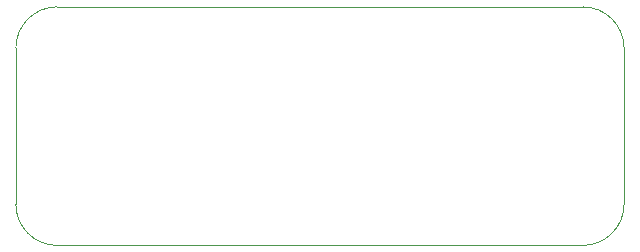
<source format=gbr>
%TF.GenerationSoftware,KiCad,Pcbnew,(7.0.0)*%
%TF.CreationDate,2023-02-21T01:36:48-05:00*%
%TF.ProjectId,Desk Panel,4465736b-2050-4616-9e65-6c2e6b696361,rev?*%
%TF.SameCoordinates,Original*%
%TF.FileFunction,Profile,NP*%
%FSLAX46Y46*%
G04 Gerber Fmt 4.6, Leading zero omitted, Abs format (unit mm)*
G04 Created by KiCad (PCBNEW (7.0.0)) date 2023-02-21 01:36:48*
%MOMM*%
%LPD*%
G01*
G04 APERTURE LIST*
%TA.AperFunction,Profile*%
%ADD10C,0.100000*%
%TD*%
G04 APERTURE END LIST*
D10*
X118900000Y-106150000D02*
X118900000Y-92950000D01*
X170400000Y-106150000D02*
X170400000Y-92950000D01*
X170400000Y-92950000D02*
G75*
G03*
X166900000Y-89450000I-3500000J0D01*
G01*
X166900000Y-89450000D02*
X122400000Y-89450000D01*
X163800000Y-109650000D02*
X166900000Y-109650000D01*
X122400000Y-89450000D02*
G75*
G03*
X118900000Y-92950000I0J-3500000D01*
G01*
X122400000Y-109650000D02*
X163800000Y-109650000D01*
X166900000Y-109650000D02*
G75*
G03*
X170400000Y-106150000I0J3500000D01*
G01*
X118900000Y-106150000D02*
G75*
G03*
X122400000Y-109650000I3500000J0D01*
G01*
M02*

</source>
